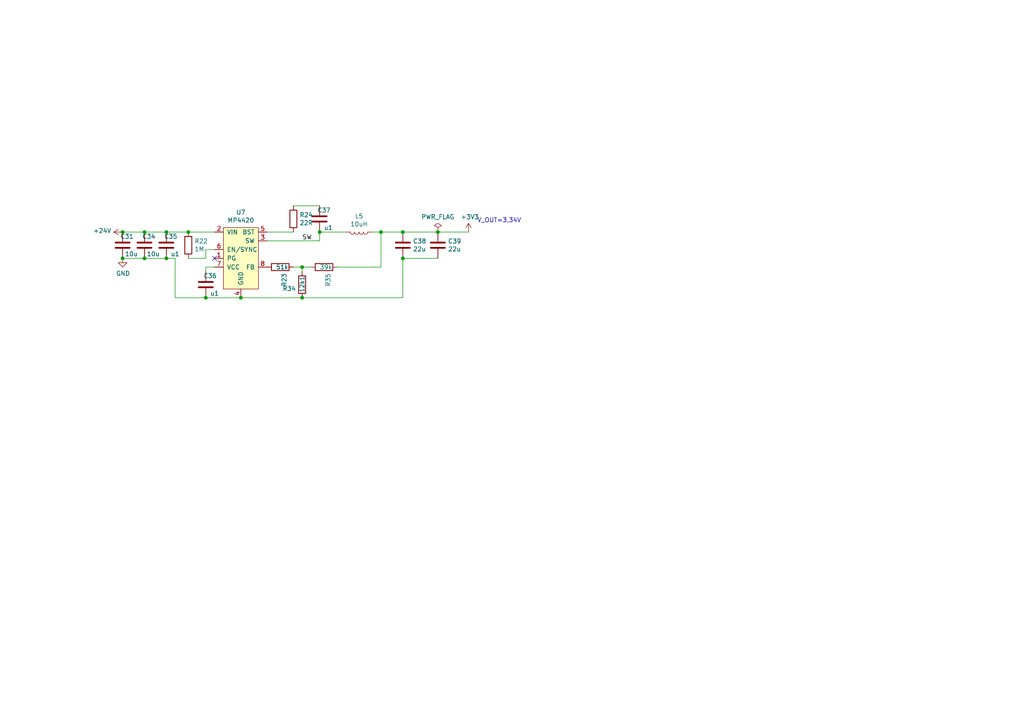
<source format=kicad_sch>
(kicad_sch (version 20211123) (generator eeschema)
  (paper "A4")
  (lib_symbols
    (symbol "Device:C" (pin_numbers hide) (pin_names (offset 0.254))
      (property "Reference" "C" (at 0.635 2.54 0))
      (property "Value" "C" (at 0.635 -2.54 0))
      (symbol "C_0_1"
        (polyline (pts (xy -2.032 -0.762) (xy 2.032 -0.762)) (stroke (width 0.508)))
        (polyline (pts (xy -2.032 0.762) (xy 2.032 0.762)) (stroke (width 0.508)))
      )
      (symbol "C_1_1"
        (pin passive line (at 0 3.81 270) (length 2.794) (name "~") (number "1"))
        (pin passive line (at 0 -3.81 90) (length 2.794) (name "~") (number "2"))
      )
    )
    (symbol "Device:L" (pin_numbers hide) (pin_names (offset 1.016) hide)
      (property "Reference" "L" (at -1.27 0 90))
      (property "Value" "L" (at 1.905 0 90))
      (symbol "L_0_1"
        (arc (start 0 -2.54) (mid 0.635 -1.905) (end 0 -1.27))
        (arc (start 0 -1.27) (mid 0.635 -0.635) (end 0 0))
        (arc (start 0 0) (mid 0.635 0.635) (end 0 1.27))
        (arc (start 0 1.27) (mid 0.635 1.905) (end 0 2.54))
      )
      (symbol "L_1_1"
        (pin passive line (at 0 3.81 270) (length 1.27) (name "1") (number "1"))
        (pin passive line (at 0 -3.81 90) (length 1.27) (name "2") (number "2"))
      )
    )
    (symbol "Device:R" (pin_numbers hide) (pin_names (offset 0))
      (property "Reference" "R" (at 2.032 0 90))
      (property "Value" "R" (at 0 0 90))
      (symbol "R_0_1"
        (rectangle (start -1.016 -2.54) (end 1.016 2.54) (stroke (width 0.254)))
      )
      (symbol "R_1_1"
        (pin passive line (at 0 3.81 270) (length 1.27) (name "~") (number "1"))
        (pin passive line (at 0 -3.81 90) (length 1.27) (name "~") (number "2"))
      )
    )
    (symbol "liebler_SEMICONDUCTORS:MP4420" (pin_names (offset 1.016))
      (property "Reference" "U" (at 0 10.16 0))
      (property "Value" "MP4420" (at 0 7.62 0))
      (symbol "MP4420_0_1"
        (rectangle (start -5.08 6.35) (end 5.08 -11.43) (fill (type background)))
      )
      (symbol "MP4420_1_1"
        (pin output line (at -7.62 -2.54 0) (length 2.54) (name "PG") (number "1"))
        (pin power_in line (at -7.62 5.08 0) (length 2.54) (name "VIN") (number "2"))
        (pin output line (at 7.62 2.54 180) (length 2.54) (name "SW") (number "3"))
        (pin power_in line (at 0 -13.97 90) (length 2.54) (name "GND") (number "4"))
        (pin tri_state line (at 7.62 5.08 180) (length 2.54) (name "BST") (number "5"))
        (pin input line (at -7.62 0 0) (length 2.54) (name "EN/SYNC") (number "6"))
        (pin power_out line (at -7.62 -5.08 0) (length 2.54) (name "VCC") (number "7"))
        (pin input line (at 7.62 -5.08 180) (length 2.54) (name "FB") (number "8"))
      )
    )
    (symbol "power:+24V" (power) (pin_names (offset 0))
      (property "Value" "+24V" (at 0 3.556 0))
      (symbol "+24V_0_1"
        (polyline (pts (xy -0.762 1.27) (xy 0 2.54)))
        (polyline (pts (xy 0 0) (xy 0 2.54)))
        (polyline (pts (xy 0 2.54) (xy 0.762 1.27)))
      )
      (symbol "+24V_1_1"
        (pin power_in line (at 0 0 90) (length 0) hide (name "+24V") (number "1"))
      )
    )
    (symbol "power:+3V3" (power) (pin_names (offset 0))
      (property "Value" "+3V3" (at 0 3.556 0))
      (symbol "+3V3_0_1"
        (polyline (pts (xy -0.762 1.27) (xy 0 2.54)))
        (polyline (pts (xy 0 0) (xy 0 2.54)))
        (polyline (pts (xy 0 2.54) (xy 0.762 1.27)))
      )
      (symbol "+3V3_1_1"
        (pin power_in line (at 0 0 90) (length 0) hide (name "+3V3") (number "1"))
      )
    )
    (symbol "power:GND" (power) (pin_names (offset 0))
      (property "Value" "GND" (at 0 -3.81 0))
      (symbol "GND_0_1"
        (polyline (pts (xy 0 0) (xy 0 -1.27) (xy 1.27 -1.27) (xy 0 -2.54) (xy -1.27 -1.27) (xy 0 -1.27)))
      )
      (symbol "GND_1_1"
        (pin power_in line (at 0 0 270) (length 0) hide (name "GND") (number "1"))
      )
    )
    (symbol "power:PWR_FLAG" (power) (pin_numbers hide) (pin_names (offset 0) hide)
      (property "Value" "PWR_FLAG" (at 0 3.81 0))
      (symbol "PWR_FLAG_0_0"
        (pin power_out line (at 0 0 90) (length 0) (name "pwr") (number "1"))
      )
      (symbol "PWR_FLAG_0_1"
        (polyline (pts (xy 0 0) (xy 0 1.27) (xy -1.016 1.905) (xy 0 2.54) (xy 1.016 1.905) (xy 0 1.27)))
      )
    )
  )
  (junction (at 48.26 67.31))
  (junction (at 116.84 67.31))
  (junction (at 116.84 74.93))
  (junction (at 48.26 74.93))
  (junction (at 92.71 67.31))
  (junction (at 41.91 74.93))
  (junction (at 54.61 67.31))
  (junction (at 41.91 67.31))
  (junction (at 35.56 67.31))
  (junction (at 87.63 86.36))
  (junction (at 87.63 77.47))
  (junction (at 59.69 86.36))
  (junction (at 35.56 74.93))
  (junction (at 110.49 67.31))
  (junction (at 127 67.31))
  (junction (at 69.85 86.36))
  (no_connect (at 62.23 74.93))
  (wire (pts (xy 62.23 67.31) (xy 54.61 67.31)))
  (wire (pts (xy 62.23 72.39) (xy 59.69 72.39)))
  (wire (pts (xy 92.71 69.85) (xy 92.71 67.31)))
  (wire (pts (xy 41.91 74.93) (xy 35.56 74.93)))
  (wire (pts (xy 87.63 86.36) (xy 69.85 86.36)))
  (wire (pts (xy 59.69 77.47) (xy 59.69 78.74)))
  (wire (pts (xy 110.49 77.47) (xy 97.79 77.47)))
  (wire (pts (xy 62.23 77.47) (xy 59.69 77.47)))
  (wire (pts (xy 116.84 74.93) (xy 127 74.93)))
  (wire (pts (xy 59.69 86.36) (xy 69.85 86.36)))
  (wire (pts (xy 87.63 86.36) (xy 116.84 86.36)))
  (wire (pts (xy 50.8 74.93) (xy 50.8 86.36)))
  (wire (pts (xy 100.33 67.31) (xy 92.71 67.31)))
  (wire (pts (xy 116.84 86.36) (xy 116.84 74.93)))
  (wire (pts (xy 87.63 77.47) (xy 87.63 78.74)))
  (wire (pts (xy 59.69 74.93) (xy 54.61 74.93)))
  (wire (pts (xy 48.26 67.31) (xy 41.91 67.31)))
  (wire (pts (xy 77.47 69.85) (xy 92.71 69.85)))
  (wire (pts (xy 50.8 74.93) (xy 48.26 74.93)))
  (wire (pts (xy 41.91 67.31) (xy 35.56 67.31)))
  (wire (pts (xy 50.8 86.36) (xy 59.69 86.36)))
  (wire (pts (xy 116.84 67.31) (xy 127 67.31)))
  (wire (pts (xy 110.49 67.31) (xy 110.49 77.47)))
  (wire (pts (xy 127 67.31) (xy 135.89 67.31)))
  (wire (pts (xy 85.09 59.69) (xy 92.71 59.69)))
  (wire (pts (xy 107.95 67.31) (xy 110.49 67.31)))
  (wire (pts (xy 77.47 67.31) (xy 85.09 67.31)))
  (wire (pts (xy 59.69 72.39) (xy 59.69 74.93)))
  (wire (pts (xy 54.61 67.31) (xy 48.26 67.31)))
  (wire (pts (xy 90.17 77.47) (xy 87.63 77.47)))
  (wire (pts (xy 48.26 74.93) (xy 41.91 74.93)))
  (wire (pts (xy 85.09 77.47) (xy 87.63 77.47)))
  (wire (pts (xy 110.49 67.31) (xy 116.84 67.31)))
  (text "V_OUT=3,34V" (at 138.43 64.77 0) (effects (font (size 1.27 1.27)) (justify left bottom)))
  (label "SW" (at 87.63 69.85 0))
  (symbol (lib_id "power:+24V") (at 35.56 67.31 90) (unit 1)
    (property "Reference" "#PWR0120" (effects hide))
    (property "Value" "+24V" (at 32.3088 66.929 90) (effects (justify left)))
  )
  (symbol (lib_id "power:GND") (at 35.56 74.93 0) (unit 1)
    (property "Reference" "#PWR060" (effects hide))
    (property "Value" "GND" (at 35.687 79.3242 0))
  )
  (symbol (lib_id "Device:C") (at 48.26 71.12 180) (unit 1)
    (property "Reference" "C35" (at 49.53 68.58 0))
    (property "Value" "u1" (at 50.8 73.66 0))
    (property "Footprint" "Capacitor_SMD:C_0805_2012Metric" (effects hide))
  )
  (symbol (lib_id "Device:C") (at 41.91 71.12 180) (unit 1)
    (property "Reference" "C34" (at 43.18 68.58 0))
    (property "Value" "10u" (at 44.45 73.66 0))
    (property "Footprint" "Capacitor_SMD:C_1206_3216Metric_Pad1.33x1.80mm_HandSolder" (effects hide))
  )
  (symbol (lib_id "Device:C") (at 35.56 71.12 180) (unit 1)
    (property "Reference" "C31" (at 36.83 68.58 0))
    (property "Value" "10u" (at 38.1 73.66 0))
    (property "Footprint" "Capacitor_SMD:C_1206_3216Metric" (effects hide))
  )
  (symbol (lib_id "Device:C") (at 116.84 71.12 0) (unit 1)
    (property "Reference" "C38" (at 119.761 69.9516 0) (effects (justify left)))
    (property "Value" "22u" (at 119.761 72.263 0) (effects (justify left)))
    (property "Footprint" "Capacitor_SMD:C_0603_1608Metric" (effects hide))
  )
  (symbol (lib_id "Device:C") (at 127 71.12 0) (unit 1)
    (property "Reference" "C39" (at 129.921 69.9516 0) (effects (justify left)))
    (property "Value" "22u" (at 129.921 72.263 0) (effects (justify left)))
    (property "Footprint" "Capacitor_SMD:C_0603_1608Metric" (effects hide))
  )
  (symbol (lib_id "power:PWR_FLAG") (at 127 67.31 0) (unit 1)
    (property "Reference" "#FLG01" (effects hide))
    (property "Value" "PWR_FLAG" (at 127 62.9158 0))
  )
  (symbol (lib_id "liebler_SEMICONDUCTORS:MP4420") (at 69.85 72.39 0) (unit 1)
    (property "Reference" "U7" (at 69.85 61.595 0))
    (property "Value" "MP4420" (at 69.85 63.9064 0))
    (property "Footprint" "Package_TO_SOT_SMD:TSOT-23-8" (effects hide))
  )
  (symbol (lib_id "Device:C") (at 59.69 82.55 180) (unit 1)
    (property "Reference" "C36" (at 60.96 80.01 0))
    (property "Value" "u1" (at 62.23 85.09 0))
    (property "Footprint" "Capacitor_SMD:C_0603_1608Metric" (effects hide))
  )
  (symbol (lib_id "Device:R") (at 54.61 71.12 0) (unit 1)
    (property "Reference" "R22" (at 56.388 69.9516 0) (effects (justify left)))
    (property "Value" "1M" (at 56.388 72.263 0) (effects (justify left)))
    (property "Footprint" "Resistor_SMD:R_0603_1608Metric" (effects hide))
  )
  (symbol (lib_id "power:+3V3") (at 135.89 67.31 0) (unit 1)
    (property "Reference" "#PWR045" (effects hide))
    (property "Value" "+3V3" (at 136.271 62.9158 0))
  )
  (symbol (lib_id "Device:C") (at 92.71 63.5 180) (unit 1)
    (property "Reference" "C37" (at 93.98 60.96 0))
    (property "Value" "u1" (at 95.25 66.04 0))
    (property "Footprint" "Capacitor_SMD:C_0603_1608Metric" (effects hide))
  )
  (symbol (lib_id "Device:R") (at 85.09 63.5 0) (unit 1)
    (property "Reference" "R24" (at 86.868 62.3316 0) (effects (justify left)))
    (property "Value" "22R" (at 86.868 64.643 0) (effects (justify left)))
    (property "Footprint" "Resistor_SMD:R_0603_1608Metric" (effects hide))
  )
  (symbol (lib_id "Device:L") (at 104.14 67.31 270) (unit 1)
    (property "Reference" "L5" (at 104.14 62.7126 90))
    (property "Value" "10uH" (at 104.14 65.024 90))
    (property "Footprint" "liebler_PASSIVES:ASPIAIG-Q8080" (effects hide))
  )
  (symbol (lib_id "Device:R") (at 81.28 77.47 270) (unit 1)
    (property "Reference" "R23" (at 82.4484 79.248 0) (effects (justify left)))
    (property "Value" "51k" (at 80.01 77.47 90) (effects (justify left)))
    (property "Footprint" "Resistor_SMD:R_0603_1608Metric" (effects hide))
  )
  (symbol (lib_id "Device:R") (at 93.98 77.47 270) (unit 1)
    (property "Reference" "R35" (at 95.1484 79.248 0) (effects (justify left)))
    (property "Value" "39k" (at 92.71 77.47 90) (effects (justify left)))
    (property "Footprint" "Resistor_SMD:R_0603_1608Metric" (effects hide))
  )
  (symbol (lib_id "Device:R") (at 87.63 82.55 180) (unit 1)
    (property "Reference" "R34" (at 85.852 83.7184 0) (effects (justify left)))
    (property "Value" "12k1" (at 87.63 80.01 90) (effects (justify left)))
    (property "Footprint" "Resistor_SMD:R_0603_1608Metric" (effects hide))
  )
)
</source>
